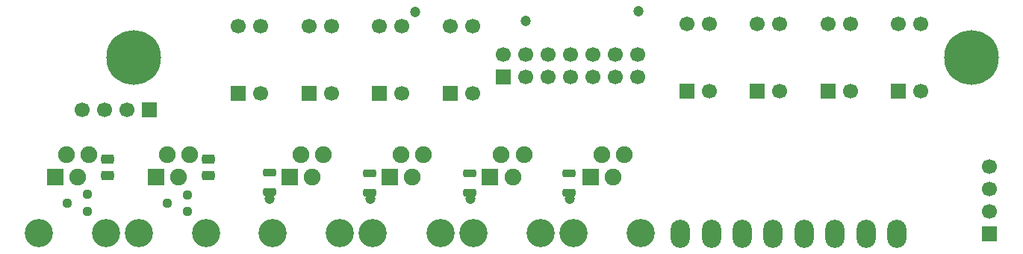
<source format=gbs>
G04 Layer_Color=16711935*
%FSLAX42Y42*%
%MOMM*%
G71*
G01*
G75*
%ADD26C,1.70*%
%ADD28R,1.70X1.70*%
G04:AMPARAMS|DCode=34|XSize=0.9mm|YSize=1.5mm|CornerRadius=0.28mm|HoleSize=0mm|Usage=FLASHONLY|Rotation=270.000|XOffset=0mm|YOffset=0mm|HoleType=Round|Shape=RoundedRectangle|*
%AMROUNDEDRECTD34*
21,1,0.90,0.95,0,0,270.0*
21,1,0.35,1.50,0,0,270.0*
1,1,0.55,-0.47,-0.17*
1,1,0.55,-0.47,0.17*
1,1,0.55,0.47,0.17*
1,1,0.55,0.47,-0.17*
%
%ADD34ROUNDEDRECTD34*%
%ADD37C,6.20*%
%ADD38C,1.70*%
%ADD39R,1.70X1.70*%
%ADD40R,1.70X1.70*%
%ADD41C,1.90*%
%ADD42C,3.20*%
%ADD43R,1.90X1.90*%
%ADD44O,2.20X3.20*%
%ADD45C,1.20*%
G04:AMPARAMS|DCode=46|XSize=1.1mm|YSize=1.5mm|CornerRadius=0.33mm|HoleSize=0mm|Usage=FLASHONLY|Rotation=270.000|XOffset=0mm|YOffset=0mm|HoleType=Round|Shape=RoundedRectangle|*
%AMROUNDEDRECTD46*
21,1,1.10,0.85,0,0,270.0*
21,1,0.45,1.50,0,0,270.0*
1,1,0.65,-0.42,-0.23*
1,1,0.65,-0.42,0.23*
1,1,0.65,0.42,0.23*
1,1,0.65,0.42,-0.23*
%
%ADD46ROUNDEDRECTD46*%
G04:AMPARAMS|DCode=47|XSize=0.96mm|YSize=0.96mm|CornerRadius=0.29mm|HoleSize=0mm|Usage=FLASHONLY|Rotation=90.000|XOffset=0mm|YOffset=0mm|HoleType=Round|Shape=RoundedRectangle|*
%AMROUNDEDRECTD47*
21,1,0.96,0.38,0,0,90.0*
21,1,0.38,0.96,0,0,90.0*
1,1,0.58,0.19,0.19*
1,1,0.58,0.19,-0.19*
1,1,0.58,-0.19,-0.19*
1,1,0.58,-0.19,0.19*
%
%ADD47ROUNDEDRECTD47*%
D26*
X-10087Y-600D02*
D03*
X-9833D02*
D03*
X-9579D02*
D03*
X200Y-1238D02*
D03*
Y-1492D02*
D03*
Y-1746D02*
D03*
X-5312Y27D02*
D03*
X-5058D02*
D03*
X-4804D02*
D03*
X-4550D02*
D03*
X-4296D02*
D03*
X-4042D02*
D03*
X-3788D02*
D03*
Y-227D02*
D03*
X-4296D02*
D03*
X-4804D02*
D03*
X-5058D02*
D03*
X-4550D02*
D03*
X-4042D02*
D03*
D28*
X-9325Y-600D02*
D03*
X-5312Y-227D02*
D03*
D34*
X-6822Y-1317D02*
D03*
Y-1537D02*
D03*
X-7962Y-1312D02*
D03*
Y-1532D02*
D03*
X-5687Y-1317D02*
D03*
Y-1537D02*
D03*
X-4562Y-1317D02*
D03*
Y-1537D02*
D03*
D37*
X-9500Y0D02*
D03*
X0Y0D02*
D03*
D38*
X-573Y381D02*
D03*
X-827D02*
D03*
X-573Y-381D02*
D03*
X-1373Y381D02*
D03*
X-1627D02*
D03*
X-1373Y-381D02*
D03*
X-2173Y381D02*
D03*
X-2427D02*
D03*
X-2173Y-381D02*
D03*
X-2973Y381D02*
D03*
X-3227D02*
D03*
X-2973Y-381D02*
D03*
X-8060Y354D02*
D03*
X-8314D02*
D03*
X-8060Y-408D02*
D03*
X-7260Y354D02*
D03*
X-7514D02*
D03*
X-7260Y-408D02*
D03*
X-5660Y354D02*
D03*
X-5914D02*
D03*
X-5660Y-408D02*
D03*
X-6460Y354D02*
D03*
X-6714D02*
D03*
X-6460Y-408D02*
D03*
D39*
X-827Y-381D02*
D03*
X-1627D02*
D03*
X-2427D02*
D03*
X-3227D02*
D03*
X-8314Y-408D02*
D03*
X-7514D02*
D03*
X-5914D02*
D03*
X-6714D02*
D03*
D40*
X200Y-2000D02*
D03*
D41*
X-7354Y-1102D02*
D03*
X-7481Y-1356D02*
D03*
X-7608Y-1102D02*
D03*
X-6468D02*
D03*
X-6341Y-1356D02*
D03*
X-6214Y-1102D02*
D03*
X-5076D02*
D03*
X-5203Y-1356D02*
D03*
X-5331Y-1102D02*
D03*
X-4196D02*
D03*
X-4069Y-1356D02*
D03*
X-3942Y-1102D02*
D03*
X-8869Y-1105D02*
D03*
X-8996Y-1359D02*
D03*
X-9123Y-1105D02*
D03*
X-10261D02*
D03*
X-10133Y-1359D02*
D03*
X-10007Y-1105D02*
D03*
D42*
X-7928Y-1992D02*
D03*
X-7161D02*
D03*
X-6022D02*
D03*
X-6788D02*
D03*
X-5650D02*
D03*
X-4884D02*
D03*
X-3749D02*
D03*
X-4515D02*
D03*
X-9443Y-1994D02*
D03*
X-8676D02*
D03*
X-9814D02*
D03*
X-10580D02*
D03*
D43*
X-7735Y-1356D02*
D03*
X-6595D02*
D03*
X-5458D02*
D03*
X-4322D02*
D03*
X-9250Y-1359D02*
D03*
X-10388D02*
D03*
D44*
X-849Y-2002D02*
D03*
X-1199D02*
D03*
X-1549D02*
D03*
X-1900D02*
D03*
X-2250D02*
D03*
X-2600D02*
D03*
X-2950D02*
D03*
X-3299D02*
D03*
D45*
X-7962Y-1602D02*
D03*
X-6818Y-1608D02*
D03*
X-5685Y-1605D02*
D03*
X-4560Y-1602D02*
D03*
X-5060Y412D02*
D03*
X-6308Y512D02*
D03*
X-3775Y522D02*
D03*
D46*
X-9800Y-1345D02*
D03*
Y-1155D02*
D03*
X-8650Y-1345D02*
D03*
X-8650Y-1155D02*
D03*
D47*
X-9122Y-1658D02*
D03*
X-8893Y-1752D02*
D03*
Y-1563D02*
D03*
X-10257Y-1652D02*
D03*
X-10028Y-1748D02*
D03*
Y-1557D02*
D03*
M02*

</source>
